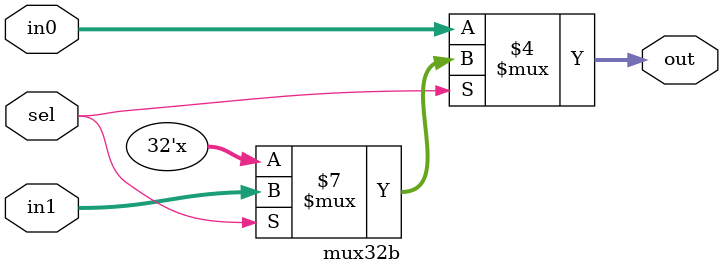
<source format=v>
`timescale 1ns / 1ps


module mux32b(sel,in1,in0,out);
input sel;
input [31:0]in1;
input [31:0]in0;
output [31:0]out;
reg [31:0]out;
always @(*) begin
if (sel) begin out = in1; end
if (sel==0) begin out=in0; end
end
endmodule

</source>
